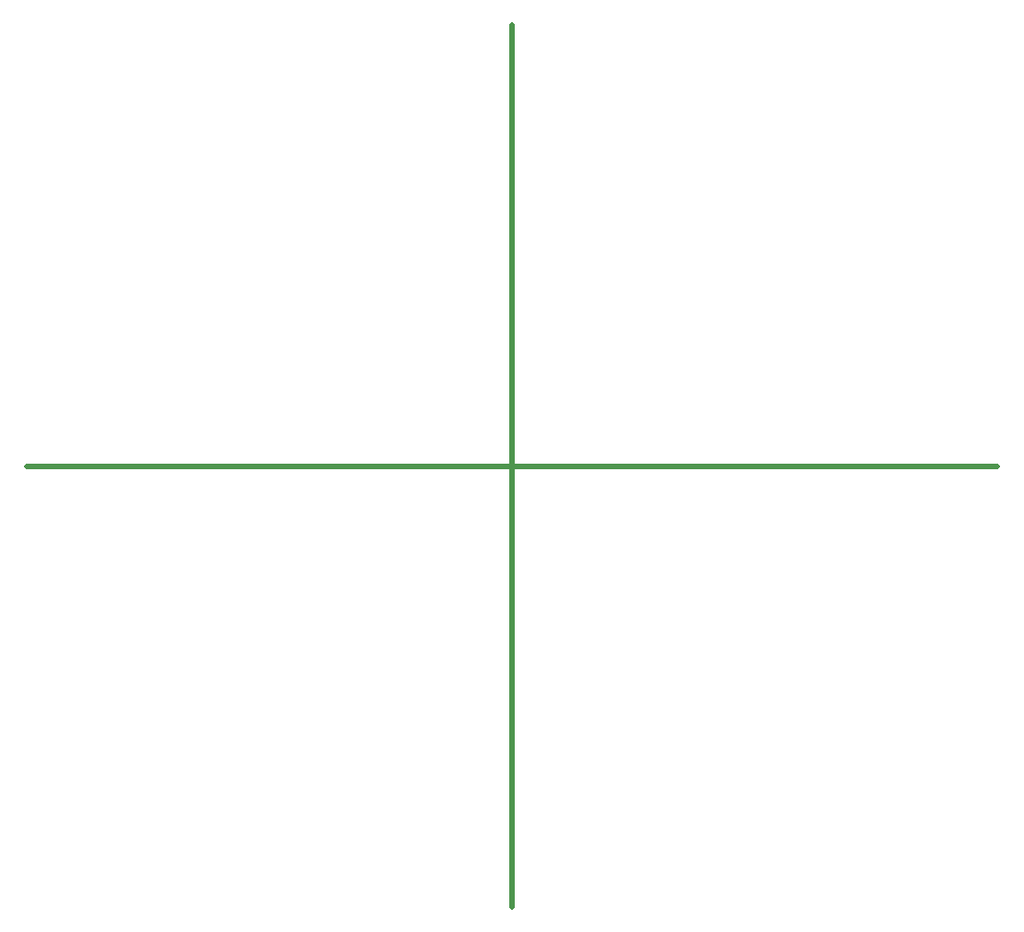
<source format=gbr>
%TF.GenerationSoftware,KiCad,Pcbnew,9.0.4*%
%TF.CreationDate,2025-08-28T09:54:46+02:00*%
%TF.ProjectId,TDA7267_2x2_panel,54444137-3236-4375-9f32-78325f70616e,rev?*%
%TF.SameCoordinates,Original*%
%TF.FileFunction,Legend,Bot*%
%TF.FilePolarity,Positive*%
%FSLAX46Y46*%
G04 Gerber Fmt 4.6, Leading zero omitted, Abs format (unit mm)*
G04 Created by KiCad (PCBNEW 9.0.4) date 2025-08-28 09:54:46*
%MOMM*%
%LPD*%
G01*
G04 APERTURE LIST*
%ADD10C,0.500000*%
G04 APERTURE END LIST*
D10*
X116500000Y-29000000D02*
X116500000Y-110000000D01*
X72000000Y-69500000D02*
X161000000Y-69500000D01*
M02*

</source>
